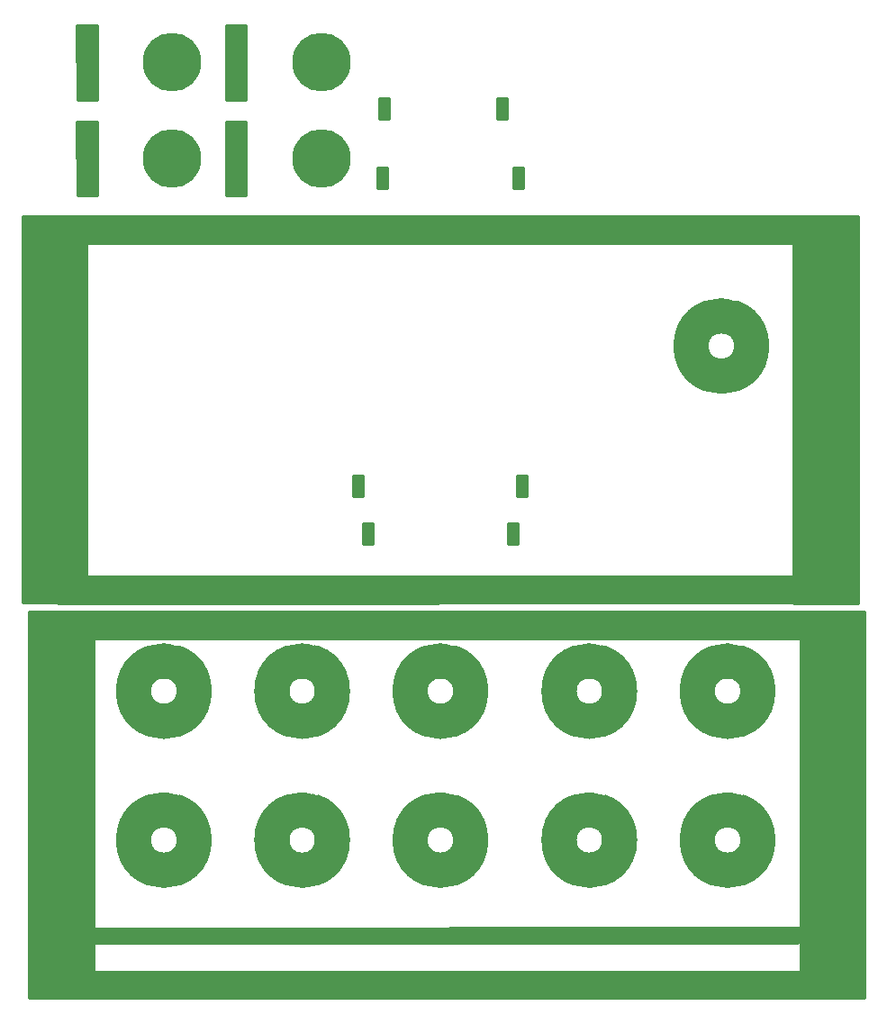
<source format=gts>
%MOIN*%
%OFA0B0*%
%FSLAX46Y46*%
%IPPOS*%
%LPD*%
%ADD10C,0.005905511811023622*%
%ADD11C,0.027559055118110236*%
%ADD12C,0.053149606299212608*%
%ADD13C,0.11811023622047245*%
%ADD14C,0.01*%
%ADD25C,0.005905511811023622*%
%ADD26C,0.027559055118110236*%
%ADD27C,0.053149606299212608*%
%ADD28C,0.11811023622047245*%
%ADD29C,0.01*%
%ADD40C,0.005905511811023622*%
%ADD41C,0.21653543307086615*%
%ADD42C,0.01*%
%ADD53C,0.005905511811023622*%
%ADD54C,0.21653543307086615*%
%ADD55C,0.01*%
%ADD66C,0.005905511811023622*%
%ADD67C,0.21653543307086615*%
%ADD68C,0.01*%
%ADD79C,0.005905511811023622*%
%ADD80C,0.21653543307086615*%
%ADD81C,0.01*%
%ADD92C,0.005905511811023622*%
%ADD93C,0.01*%
%ADD104C,0.005905511811023622*%
%ADD105C,0.01*%
%LPD*%
G01G01G01G01G01G01G01G01*
D10*
D11*
X0002651181Y0000637401D02*
X0002651181Y0000481101D01*
D12*
X0002687007Y0000559448D02*
G75*
G03G03G03G03X0002687007Y0000559448I-0000150787D01X0002687007Y0000559448I-0000150787D01X0002687007Y0000559448I-0000150787D01G03G03X0002687007Y0000559448I-0000150787D01G03G03X0002687007Y0000559448I-0000150787D01X0002687007Y0000559448I-0000150787D01X0002687007Y0000559448I-0000150787D01X0002687007Y0000559448I-0000150787D01*
G01G01G01G01G01G01G01G01*
D13*
X0002640944Y0000559448D02*
G75*
G03G03G03G03X0002640944Y0000559448I-0000104724D01X0002640944Y0000559448I-0000104724D01X0002640944Y0000559448I-0000104724D01G03G03X0002640944Y0000559448I-0000104724D01G03G03X0002640944Y0000559448I-0000104724D01X0002640944Y0000559448I-0000104724D01X0002640944Y0000559448I-0000104724D01X0002640944Y0000559448I-0000104724D01*
G01G01G01G01G01G01G01G01*
D11*
X0002139370Y0000637401D02*
X0002139370Y0000481101D01*
D12*
X0002175196Y0000559448D02*
G75*
G03G03G03G03X0002175196Y0000559448I-0000150787D01X0002175196Y0000559448I-0000150787D01X0002175196Y0000559448I-0000150787D01G03G03X0002175196Y0000559448I-0000150787D01G03G03X0002175196Y0000559448I-0000150787D01X0002175196Y0000559448I-0000150787D01X0002175196Y0000559448I-0000150787D01X0002175196Y0000559448I-0000150787D01*
G01G01G01G01G01G01G01G01*
D13*
X0002129133Y0000559448D02*
G75*
G03G03G03G03X0002129133Y0000559448I-0000104724D01X0002129133Y0000559448I-0000104724D01X0002129133Y0000559448I-0000104724D01G03G03X0002129133Y0000559448I-0000104724D01G03G03X0002129133Y0000559448I-0000104724D01X0002129133Y0000559448I-0000104724D01X0002129133Y0000559448I-0000104724D01X0002129133Y0000559448I-0000104724D01*
G01G01G01G01G01G01G01G01*
D11*
X0002651181Y0001188582D02*
X0002651181Y0001032283D01*
D12*
X0002687007Y0001110629D02*
G75*
G03G03G03G03X0002687007Y0001110629I-0000150787D01X0002687007Y0001110629I-0000150787D01X0002687007Y0001110629I-0000150787D01G03G03X0002687007Y0001110629I-0000150787D01G03G03X0002687007Y0001110629I-0000150787D01X0002687007Y0001110629I-0000150787D01X0002687007Y0001110629I-0000150787D01X0002687007Y0001110629I-0000150787D01*
G01G01G01G01G01G01G01G01*
D13*
X0002640944Y0001110629D02*
G75*
G03G03G03G03X0002640944Y0001110629I-0000104724D01X0002640944Y0001110629I-0000104724D01X0002640944Y0001110629I-0000104724D01G03G03X0002640944Y0001110629I-0000104724D01G03G03X0002640944Y0001110629I-0000104724D01X0002640944Y0001110629I-0000104724D01X0002640944Y0001110629I-0000104724D01X0002640944Y0001110629I-0000104724D01*
G01G01G01G01G01G01G01G01*
D11*
X0002139370Y0001188582D02*
X0002139370Y0001032283D01*
D12*
X0002175196Y0001110629D02*
G75*
G03G03G03G03X0002175196Y0001110629I-0000150787D01X0002175196Y0001110629I-0000150787D01X0002175196Y0001110629I-0000150787D01G03G03X0002175196Y0001110629I-0000150787D01G03G03X0002175196Y0001110629I-0000150787D01X0002175196Y0001110629I-0000150787D01X0002175196Y0001110629I-0000150787D01X0002175196Y0001110629I-0000150787D01*
G01G01G01G01G01G01G01G01*
D13*
X0002129133Y0001110629D02*
G75*
G03G03G03G03X0002129133Y0001110629I-0000104724D01X0002129133Y0001110629I-0000104724D01X0002129133Y0001110629I-0000104724D01G03G03X0002129133Y0001110629I-0000104724D01G03G03X0002129133Y0001110629I-0000104724D01X0002129133Y0001110629I-0000104724D01X0002129133Y0001110629I-0000104724D01X0002129133Y0001110629I-0000104724D01*
G01G01G01G01G01G01G01G01*
D11*
X0001588188Y0000637401D02*
X0001588188Y0000481101D01*
D12*
X0001624015Y0000559448D02*
G75*
G03G03G03G03X0001624015Y0000559448I-0000150787D01X0001624015Y0000559448I-0000150787D01X0001624015Y0000559448I-0000150787D01G03G03X0001624015Y0000559448I-0000150787D01G03G03X0001624015Y0000559448I-0000150787D01X0001624015Y0000559448I-0000150787D01X0001624015Y0000559448I-0000150787D01X0001624015Y0000559448I-0000150787D01*
G01G01G01G01G01G01G01G01*
D13*
X0001577952Y0000559448D02*
G75*
G03G03G03G03X0001577952Y0000559448I-0000104724D01X0001577952Y0000559448I-0000104724D01X0001577952Y0000559448I-0000104724D01G03G03X0001577952Y0000559448I-0000104724D01G03G03X0001577952Y0000559448I-0000104724D01X0001577952Y0000559448I-0000104724D01X0001577952Y0000559448I-0000104724D01X0001577952Y0000559448I-0000104724D01*
G01G01G01G01G01G01G01G01*
D11*
X0001076377Y0000637401D02*
X0001076377Y0000481101D01*
D12*
X0001112204Y0000559448D02*
G75*
G03G03G03G03X0001112204Y0000559448I-0000150787D01X0001112204Y0000559448I-0000150787D01X0001112204Y0000559448I-0000150787D01G03G03X0001112204Y0000559448I-0000150787D01G03G03X0001112204Y0000559448I-0000150787D01X0001112204Y0000559448I-0000150787D01X0001112204Y0000559448I-0000150787D01X0001112204Y0000559448I-0000150787D01*
G01G01G01G01G01G01G01G01*
D13*
X0001066141Y0000559448D02*
G75*
G03G03G03G03X0001066141Y0000559448I-0000104724D01X0001066141Y0000559448I-0000104724D01X0001066141Y0000559448I-0000104724D01G03G03X0001066141Y0000559448I-0000104724D01G03G03X0001066141Y0000559448I-0000104724D01X0001066141Y0000559448I-0000104724D01X0001066141Y0000559448I-0000104724D01X0001066141Y0000559448I-0000104724D01*
G01G01G01G01G01G01G01G01*
D11*
X0000564566Y0000637401D02*
X0000564566Y0000481101D01*
D12*
X0000600393Y0000559448D02*
G75*
G03G03G03G03X0000600393Y0000559448I-0000150787D01X0000600393Y0000559448I-0000150787D01X0000600393Y0000559448I-0000150787D01G03G03X0000600393Y0000559448I-0000150787D01G03G03X0000600393Y0000559448I-0000150787D01X0000600393Y0000559448I-0000150787D01X0000600393Y0000559448I-0000150787D01X0000600393Y0000559448I-0000150787D01*
G01G01G01G01G01G01G01G01*
D13*
X0000554330Y0000559448D02*
G75*
G03G03G03G03X0000554330Y0000559448I-0000104724D01X0000554330Y0000559448I-0000104724D01X0000554330Y0000559448I-0000104724D01G03G03X0000554330Y0000559448I-0000104724D01G03G03X0000554330Y0000559448I-0000104724D01X0000554330Y0000559448I-0000104724D01X0000554330Y0000559448I-0000104724D01X0000554330Y0000559448I-0000104724D01*
G01G01G01G01G01G01G01G01*
D11*
X0001588188Y0001188582D02*
X0001588188Y0001032283D01*
D12*
X0001624015Y0001110629D02*
G75*
G03G03G03G03X0001624015Y0001110629I-0000150787D01X0001624015Y0001110629I-0000150787D01X0001624015Y0001110629I-0000150787D01G03G03X0001624015Y0001110629I-0000150787D01G03G03X0001624015Y0001110629I-0000150787D01X0001624015Y0001110629I-0000150787D01X0001624015Y0001110629I-0000150787D01X0001624015Y0001110629I-0000150787D01*
G01G01G01G01G01G01G01G01*
D13*
X0001577952Y0001110629D02*
G75*
G03G03G03G03X0001577952Y0001110629I-0000104724D01X0001577952Y0001110629I-0000104724D01X0001577952Y0001110629I-0000104724D01G03G03X0001577952Y0001110629I-0000104724D01G03G03X0001577952Y0001110629I-0000104724D01X0001577952Y0001110629I-0000104724D01X0001577952Y0001110629I-0000104724D01X0001577952Y0001110629I-0000104724D01*
G01G01G01G01G01G01G01G01*
D11*
X0001076377Y0001188582D02*
X0001076377Y0001032283D01*
D12*
X0001112204Y0001110629D02*
G75*
G03G03G03G03X0001112204Y0001110629I-0000150787D01X0001112204Y0001110629I-0000150787D01X0001112204Y0001110629I-0000150787D01G03G03X0001112204Y0001110629I-0000150787D01G03G03X0001112204Y0001110629I-0000150787D01X0001112204Y0001110629I-0000150787D01X0001112204Y0001110629I-0000150787D01X0001112204Y0001110629I-0000150787D01*
G01G01G01G01G01G01G01G01*
D13*
X0001066141Y0001110629D02*
G75*
G03G03G03G03X0001066141Y0001110629I-0000104724D01X0001066141Y0001110629I-0000104724D01X0001066141Y0001110629I-0000104724D01G03G03X0001066141Y0001110629I-0000104724D01G03G03X0001066141Y0001110629I-0000104724D01X0001066141Y0001110629I-0000104724D01X0001066141Y0001110629I-0000104724D01X0001066141Y0001110629I-0000104724D01*
G01G01G01G01G01G01G01G01*
D11*
X0000564566Y0001188582D02*
X0000564566Y0001032283D01*
D12*
X0000600393Y0001110629D02*
G75*
G03G03G03G03X0000600393Y0001110629I-0000150787D01X0000600393Y0001110629I-0000150787D01X0000600393Y0001110629I-0000150787D01G03G03X0000600393Y0001110629I-0000150787D01G03G03X0000600393Y0001110629I-0000150787D01X0000600393Y0001110629I-0000150787D01X0000600393Y0001110629I-0000150787D01X0000600393Y0001110629I-0000150787D01*
G01G01G01G01G01G01G01G01*
D13*
X0000554330Y0001110629D02*
G75*
G03G03G03G03X0000554330Y0001110629I-0000104724D01X0000554330Y0001110629I-0000104724D01X0000554330Y0001110629I-0000104724D01G03G03X0000554330Y0001110629I-0000104724D01G03G03X0000554330Y0001110629I-0000104724D01X0000554330Y0001110629I-0000104724D01X0000554330Y0001110629I-0000104724D01X0000554330Y0001110629I-0000104724D01*
G01G01G01G01G01G01G01G01*
D14*
G36*
X0002889560Y0001404843D02*
X0002890990Y0001306178D01*
X0000089557Y0001304609D01*
X0000087766Y0001405235D01*
X0002889560Y0001404843D01*
X0002889560Y0001404843D01*
G37*
X0002889560Y0001404843D02*
X0002890990Y0001306178D01*
X0000089557Y0001304609D01*
X0000087766Y0001405235D01*
X0002889560Y0001404843D01*
G36*
X0002881218Y0000072887D02*
X0002881969Y-0000024530D01*
X0000080535Y-0000026099D01*
X0000079425Y0000073279D01*
X0002881218Y0000072887D01*
X0002881218Y0000072887D01*
G37*
X0002881218Y0000072887D02*
X0002881969Y-0000024530D01*
X0000080535Y-0000026099D01*
X0000079425Y0000073279D01*
X0002881218Y0000072887D01*
G36*
X0003043031Y-0000026102D02*
X0002805000Y-0000026102D01*
X0002805000Y0001404842D01*
X0003043031Y0001404842D01*
X0003043031Y-0000026102D01*
X0003043031Y-0000026102D01*
G37*
X0003043031Y-0000026102D02*
X0002805000Y-0000026102D01*
X0002805000Y0001404842D01*
X0003043031Y0001404842D01*
X0003043031Y-0000026102D01*
G36*
X0000188700Y-0000024797D02*
X-0000049330Y-0000024797D01*
X-0000049330Y0001406147D01*
X0000188700Y0001406147D01*
X0000188700Y-0000024797D01*
X0000188700Y-0000024797D01*
G37*
X0000188700Y-0000024797D02*
X-0000049330Y-0000024797D01*
X-0000049330Y0001406147D01*
X0000188700Y0001406147D01*
X0000188700Y-0000024797D01*
G36*
X0002797624Y0000177047D02*
X0000170324Y0000177439D01*
X0000169990Y0000233583D01*
X0002817381Y0000233975D01*
X0002797624Y0000177047D01*
X0002797624Y0000177047D01*
G37*
X0002797624Y0000177047D02*
X0000170324Y0000177439D01*
X0000169990Y0000233583D01*
X0002817381Y0000233975D01*
X0002797624Y0000177047D01*
G01G01G01G01G01G01G01G01*
D25*
D26*
X0002628149Y0002465913D02*
X0002628149Y0002309614D01*
D27*
X0002663976Y0002387960D02*
G75*
G03G03G03G03X0002663976Y0002387960I-0000150787D01X0002663976Y0002387960I-0000150787D01X0002663976Y0002387960I-0000150787D01G03G03X0002663976Y0002387960I-0000150787D01G03G03X0002663976Y0002387960I-0000150787D01X0002663976Y0002387960I-0000150787D01X0002663976Y0002387960I-0000150787D01X0002663976Y0002387960I-0000150787D01*
G01G01G01G01G01G01G01G01*
D28*
X0002617913Y0002387960D02*
G75*
G03G03G03G03X0002617913Y0002387960I-0000104724D01X0002617913Y0002387960I-0000104724D01X0002617913Y0002387960I-0000104724D01G03G03X0002617913Y0002387960I-0000104724D01G03G03X0002617913Y0002387960I-0000104724D01X0002617913Y0002387960I-0000104724D01X0002617913Y0002387960I-0000104724D01X0002617913Y0002387960I-0000104724D01*
G01G01G01G01G01G01G01G01*
D29*
G36*
X0002865150Y0002867835D02*
X0002866580Y0002769170D01*
X0000065147Y0002767601D01*
X0000063357Y0002868227D01*
X0002865150Y0002867835D01*
X0002865150Y0002867835D01*
G37*
X0002865150Y0002867835D02*
X0002866580Y0002769170D01*
X0000065147Y0002767601D01*
X0000063357Y0002868227D01*
X0002865150Y0002867835D01*
G36*
X0002856808Y0001535879D02*
X0002857559Y0001438461D01*
X0000056125Y0001436892D01*
X0000055015Y0001536271D01*
X0002856808Y0001535879D01*
X0002856808Y0001535879D01*
G37*
X0002856808Y0001535879D02*
X0002857559Y0001438461D01*
X0000056125Y0001436892D01*
X0000055015Y0001536271D01*
X0002856808Y0001535879D01*
G36*
X0003018622Y0001436889D02*
X0002780590Y0001436889D01*
X0002780590Y0002867834D01*
X0003018622Y0002867834D01*
X0003018622Y0001436889D01*
X0003018622Y0001436889D01*
G37*
X0003018622Y0001436889D02*
X0002780590Y0001436889D01*
X0002780590Y0002867834D01*
X0003018622Y0002867834D01*
X0003018622Y0001436889D01*
G36*
X0000164291Y0001438194D02*
X-0000073740Y0001438194D01*
X-0000073740Y0002869139D01*
X0000164291Y0002869139D01*
X0000164291Y0001438194D01*
X0000164291Y0001438194D01*
G37*
X0000164291Y0001438194D02*
X-0000073740Y0001438194D01*
X-0000073740Y0002869139D01*
X0000164291Y0002869139D01*
X0000164291Y0001438194D01*
G36*
X0001223346Y0001654606D02*
X0001186102Y0001654606D01*
X0001186102Y0001731219D01*
X0001223346Y0001731219D01*
X0001223346Y0001654606D01*
X0001223346Y0001654606D01*
G37*
X0001223346Y0001654606D02*
X0001186102Y0001654606D01*
X0001186102Y0001731219D01*
X0001223346Y0001731219D01*
X0001223346Y0001654606D01*
G36*
X0001758779Y0001654606D02*
X0001721535Y0001654606D01*
X0001721535Y0001731219D01*
X0001758779Y0001731219D01*
X0001758779Y0001654606D01*
X0001758779Y0001654606D01*
G37*
X0001758779Y0001654606D02*
X0001721535Y0001654606D01*
X0001721535Y0001731219D01*
X0001758779Y0001731219D01*
X0001758779Y0001654606D01*
G36*
X0001792165Y0001831771D02*
X0001754921Y0001831771D01*
X0001754921Y0001908385D01*
X0001792165Y0001908385D01*
X0001792165Y0001831771D01*
X0001792165Y0001831771D01*
G37*
X0001792165Y0001831771D02*
X0001754921Y0001831771D01*
X0001754921Y0001908385D01*
X0001792165Y0001908385D01*
X0001792165Y0001831771D01*
G36*
X0001186217Y0001831771D02*
X0001148973Y0001831771D01*
X0001148973Y0001908385D01*
X0001186217Y0001908385D01*
X0001186217Y0001831771D01*
X0001186217Y0001831771D01*
G37*
X0001186217Y0001831771D02*
X0001148973Y0001831771D01*
X0001148973Y0001908385D01*
X0001186217Y0001908385D01*
X0001186217Y0001831771D01*
G01G01G01G01G01G01G01G01*
D40*
D41*
X0000118110Y0003228346D02*
X0000480708Y0003083464D03*
D42*
G36*
X0000203119Y0002944131D02*
X0000128080Y0002944131D01*
X0000127318Y0003219959D01*
X0000202359Y0003219959D01*
X0000203119Y0002944131D01*
X0000203119Y0002944131D01*
G37*
X0000203119Y0002944131D02*
X0000128080Y0002944131D01*
X0000127318Y0003219959D01*
X0000202359Y0003219959D01*
X0000203119Y0002944131D01*
G01G01G01G01G01G01G01G01*
D53*
D54*
X0000118110Y0003582677D02*
X0000480708Y0003437795D03*
D55*
G36*
X0000203119Y0003298463D02*
X0000128080Y0003298463D01*
X0000127318Y0003574290D01*
X0000202359Y0003574290D01*
X0000203119Y0003298463D01*
X0000203119Y0003298463D01*
G37*
X0000203119Y0003298463D02*
X0000128080Y0003298463D01*
X0000127318Y0003574290D01*
X0000202359Y0003574290D01*
X0000203119Y0003298463D01*
G04 next file*
G01G01G01G01G01G01G01G01*
D66*
D67*
X0000669291Y0003228346D02*
X0001031889Y0003083464D03*
D68*
G36*
X0000754300Y0002944131D02*
X0000679261Y0002944131D01*
X0000678501Y0003219959D01*
X0000753540Y0003219959D01*
X0000754300Y0002944131D01*
X0000754300Y0002944131D01*
G37*
X0000754300Y0002944131D02*
X0000679261Y0002944131D01*
X0000678501Y0003219959D01*
X0000753540Y0003219959D01*
X0000754300Y0002944131D01*
G01G01G01G01G01G01G01G01*
D79*
D80*
X0000669291Y0003582677D02*
X0001031889Y0003437795D03*
D81*
G36*
X0000754300Y0003298463D02*
X0000679261Y0003298463D01*
X0000678501Y0003574290D01*
X0000753540Y0003574290D01*
X0000754300Y0003298463D01*
X0000754300Y0003298463D01*
G37*
X0000754300Y0003298463D02*
X0000679261Y0003298463D01*
X0000678501Y0003574290D01*
X0000753540Y0003574290D01*
X0000754300Y0003298463D01*
G04 next file*
G01G01G01G01G01G01G01G01*
D92*
D93*
G36*
X0001276496Y0002973503D02*
X0001239251Y0002973503D01*
X0001239251Y0003050118D01*
X0001276496Y0003050118D01*
X0001276496Y0002973503D01*
X0001276496Y0002973503D01*
G37*
X0001276496Y0002973503D02*
X0001239251Y0002973503D01*
X0001239251Y0003050118D01*
X0001276496Y0003050118D01*
X0001276496Y0002973503D01*
G36*
X0001780433Y0002973503D02*
X0001743188Y0002973503D01*
X0001743188Y0003050118D01*
X0001780433Y0003050118D01*
X0001780433Y0002973503D01*
X0001780433Y0002973503D01*
G37*
X0001780433Y0002973503D02*
X0001743188Y0002973503D01*
X0001743188Y0003050118D01*
X0001780433Y0003050118D01*
X0001780433Y0002973503D01*
G04 next file*
G04 #@! TF.FileFunction,Soldermask,Top*
G04 Gerber Fmt 4.6, Leading zero omitted, Abs format (unit mm)*
G04 Created by KiCad (PCBNEW (2016-07-22 BZR 6991, Git 146a78a)-product) date 08/19/16 17:37:13*
G01G01G01G01G01G01G01G01*
G04 APERTURE LIST*
G04 APERTURE END LIST*
D104*
D105*
G36*
X0001247125Y0003304055D02*
X0001284368Y0003304055D01*
X0001284368Y0003227440D01*
X0001247125Y0003227440D01*
X0001247125Y0003304055D01*
X0001247125Y0003304055D01*
G37*
X0001247125Y0003304055D02*
X0001284368Y0003304055D01*
X0001284368Y0003227440D01*
X0001247125Y0003227440D01*
X0001247125Y0003304055D01*
G36*
X0001682165Y0003304055D02*
X0001719409Y0003304055D01*
X0001719409Y0003227440D01*
X0001682165Y0003227440D01*
X0001682165Y0003304055D01*
X0001682165Y0003304055D01*
G37*
X0001682165Y0003304055D02*
X0001719409Y0003304055D01*
X0001719409Y0003227440D01*
X0001682165Y0003227440D01*
X0001682165Y0003304055D01*
M02*
</source>
